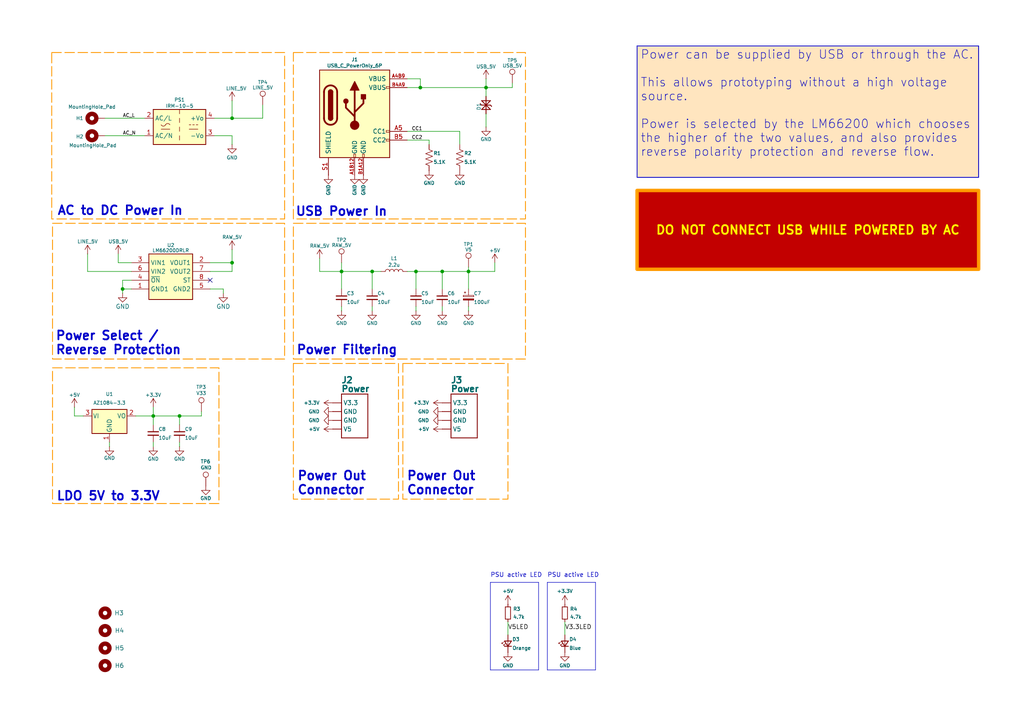
<source format=kicad_sch>
(kicad_sch (version 20250114) (generator "eeschema") (generator_version "9.0")
  (paper "A4")
  (title_block (title "Power Module") (date "<<release-date>>") (rev "<<tag>>") (comment 1 "<<hash>>"))
  (lib_symbols
    (symbol "CRG Makes:IRM-10-5"
      (property "Reference" "PS" (at 0 6.35 0))
      (property "Value" "IRM-10-5" (at 0 -6.35 0))
      (symbol "IRM-10-5_0_1"
        (rectangle (start -7.62 5.08) (end 7.62 -5.08) (stroke (width 0.254)) (fill (type background)))
        (polyline (pts (xy -5.334 -0.635) (xy -2.794 -0.635)))
        (arc (start -4.064 0.635) (mid -4.699 0.2495) (end -5.334 0.635))
        (arc (start -4.064 0.635) (mid -3.429 1.0072) (end -2.794 0.635))
        (polyline (pts (xy 0 5.08) (xy 0 3.81)))
        (polyline (pts (xy 0 2.54) (xy 0 1.27)))
        (polyline (pts (xy 0 0) (xy 0 -1.27)))
        (polyline (pts (xy 0 -2.54) (xy 0 -3.81)))
        (polyline (pts (xy 2.794 0.635) (xy 3.302 0.635)))
        (polyline (pts (xy 2.794 -0.635) (xy 5.334 -0.635)))
        (polyline (pts (xy 3.81 0.635) (xy 4.318 0.635)))
        (polyline (pts (xy 4.826 0.635) (xy 5.334 0.635)))
      )
      (symbol "IRM-10-5_1_1"
        (pin power_in line (at -10.16 2.54 0) (length 2.54) (name "AC/L") (number "2"))
        (pin power_in line (at -10.16 -2.54 0) (length 2.54) (name "AC/N") (number "1"))
        (pin power_out line (at 10.16 2.54 180) (length 2.54) (name "+Vo") (number "4"))
        (pin power_out line (at 10.16 -2.54 180) (length 2.54) (name "-Vo") (number "3"))
      )
    )
    (symbol "CRGM Connector:AQ_POWER"
      (property "Reference" "J" (at 0 2.794 0))
      (symbol "AQ_POWER_1_0"
        (polyline (pts (xy 0 2.54) (xy 7.62 2.54)) (stroke (width 0.254)))
        (polyline (pts (xy 0 -10.16) (xy 0 2.54)) (stroke (width 0.254)))
        (polyline (pts (xy 7.62 2.54) (xy 7.62 -10.16)) (stroke (width 0.254)))
        (polyline (pts (xy 7.62 -10.16) (xy 0 -10.16)) (stroke (width 0.254)))
        (pin power_out line (at -2.54 0 0) (length 2.54) (name "V3.3") (number "4"))
        (pin passive line (at -2.54 -2.54 0) (length 2.54) (name "GND") (number "3"))
        (pin passive line (at -2.54 -5.08 0) (length 2.54) (name "GND") (number "2"))
        (pin power_out line (at -2.54 -7.62 0) (length 2.54) (name "V5") (number "1"))
      )
    )
    (symbol "CRGM Connector:USB_C_PowerOnly_6P" (pin_names (offset 1.016))
      (property "Reference" "J" (at 0 16.51 0))
      (property "Value" "USB_C_PowerOnly_6P" (at 0 13.97 0))
      (symbol "USB_C_PowerOnly_6P_0_0"
        (rectangle (start -0.254 -12.7) (end 0.254 -11.684))
        (rectangle (start 2.286 -12.7) (end 2.794 -11.684))
        (rectangle (start 10.16 7.874) (end 9.144 7.366))
        (rectangle (start 10.16 -4.826) (end 9.144 -5.334))
        (rectangle (start 10.16 -7.366) (end 9.144 -7.874))
      )
      (symbol "USB_C_PowerOnly_6P_0_1"
        (rectangle (start -10.16 12.7) (end 10.16 -12.7) (stroke (width 0.254)) (fill (type background)))
        (polyline (pts (xy -8.89 -1.27) (xy -8.89 6.35)) (stroke (width 0.508)))
        (rectangle (start -7.62 -1.27) (end -6.35 6.35) (stroke (width 0.254)) (fill (type outline)))
        (arc (start -7.62 6.35) (mid -6.985 6.9823) (end -6.35 6.35) (stroke (width 0.254)))
        (arc (start -7.62 6.35) (mid -6.985 6.9823) (end -6.35 6.35) (stroke (width 0.254)) (fill (type outline)))
        (arc (start -8.89 6.35) (mid -6.985 8.2467) (end -5.08 6.35) (stroke (width 0.508)))
        (arc (start -5.08 -1.27) (mid -6.985 -3.1667) (end -8.89 -1.27) (stroke (width 0.508)))
        (arc (start -6.35 -1.27) (mid -6.985 -1.9023) (end -7.62 -1.27) (stroke (width 0.254)))
        (arc (start -6.35 -1.27) (mid -6.985 -1.9023) (end -7.62 -1.27) (stroke (width 0.254)) (fill (type outline)))
        (polyline (pts (xy -5.08 6.35) (xy -5.08 -1.27)) (stroke (width 0.508)))
        (circle (center -2.54 3.683) (radius 0.635) (stroke (width 0.254)) (fill (type outline)))
        (polyline (pts (xy -1.27 6.858) (xy 0 9.398) (xy 1.27 6.858) (xy -1.27 6.858)) (stroke (width 0.254)) (fill (type outline)))
        (polyline (pts (xy 0 0.508) (xy 2.54 3.048) (xy 2.54 4.318)) (stroke (width 0.508)))
        (polyline (pts (xy 0 -0.762) (xy -2.54 1.778) (xy -2.54 3.048)) (stroke (width 0.508)))
        (polyline (pts (xy 0 -3.302) (xy 0 6.858)) (stroke (width 0.508)))
        (circle (center 0 -3.302) (radius 1.27) (fill (type outline)))
        (rectangle (start 1.905 4.318) (end 3.175 5.588) (stroke (width 0.254)) (fill (type outline)))
      )
      (symbol "USB_C_PowerOnly_6P_1_1"
        (pin passive line (at -7.62 -17.78 90) (length 5.08) (name "SHIELD") (number "S1"))
        (pin passive line (at 0 -17.78 90) (length 5.08) (name "GND") (number "A1B12"))
        (pin passive line (at 2.54 -17.78 90) (length 5.08) (name "GND") (number "B1A12"))
        (pin passive line (at 15.24 10.16 180) (length 5.08) (name "VBUS") (number "A4B9"))
        (pin passive line (at 15.24 7.62 180) (length 5.08) (name "VBUS") (number "B4A9"))
        (pin bidirectional line (at 15.24 -5.08 180) (length 5.08) (name "CC1") (number "A5"))
        (pin bidirectional line (at 15.24 -7.62 180) (length 5.08) (name "CC2") (number "B5"))
      )
    )
    (symbol "CRGM Passive:PESD5V5C1BLYL"
      (property "Reference" "D" (at -1.524 1.524 0))
      (symbol "PESD5V5C1BLYL_1_0"
        (polyline (pts (xy -2.54 0) (xy 2.54 0)) (stroke (width 0.254)))
        (polyline (pts (xy -1.27 1.27) (xy -0.0101 0.0101)) (stroke (width 0.254)))
        (polyline (pts (xy -1.27 -1.27) (xy -1.27 1.27)) (stroke (width 0.254)))
        (polyline (pts (xy -0.3445 -1.6043) (xy -0.3573 -1.6043)) (stroke (width 0.254)))
        (polyline (pts (xy -0.0101 1.2955) (xy -0.0101 -1.27)) (stroke (width 0.254)))
        (polyline (pts (xy -0.0101 1.2955) (xy 0.3778 1.6835)) (stroke (width 0.254)))
        (polyline (pts (xy -0.0101 0.0101) (xy -0.0101 -0.0101)) (stroke (width 0.254)))
        (polyline (pts (xy -0.0101 -0.0101) (xy -1.27 -1.27)) (stroke (width 0.254)))
        (polyline (pts (xy -0.0101 -1.27) (xy -0.3445 -1.6043)) (stroke (width 0.254)))
        (polyline (pts (xy 0.0101 0.0101) (xy 0.0101 -0.0101)) (stroke (width 0.254)))
        (polyline (pts (xy 0.0101 -0.0101) (xy 1.27 -1.27)) (stroke (width 0.254)))
        (polyline (pts (xy 0.3778 1.6835) (xy 0.3981 1.6835)) (stroke (width 0.254)))
        (polyline (pts (xy 1.27 1.27) (xy 0.0101 0.0101)) (stroke (width 0.254)))
        (polyline (pts (xy 1.27 -1.27) (xy 1.27 1.27)) (stroke (width 0.254)))
        (pin bidirectional line (at -2.54 0 0) (length 0) (name "K1") (number "1"))
        (pin bidirectional line (at 2.54 0 180) (length 0) (name "K2") (number "2"))
      )
    )
    (symbol "CRGM Power:AZ1084-3.3" (pin_names (offset 0.254))
      (property "Reference" "U" (at -3.81 3.175 0))
      (property "Value" "AZ1084-3.3" (at 0 3.175 0))
      (symbol "AZ1084-3.3_0_1"
        (rectangle (start -5.08 1.905) (end 5.08 -5.08) (stroke (width 0.254)) (fill (type background)))
      )
      (symbol "AZ1084-3.3_1_1"
        (pin power_in line (at -7.62 0 0) (length 2.54) (name "VI") (number "3"))
        (pin power_in line (at 0 -7.62 90) (length 2.54) (name "GND") (number "1"))
        (pin power_out line (at 7.62 0 180) (length 2.54) (name "VO") (number "2"))
      )
    )
    (symbol "CRGM Power:LM66200DRLR"
      (property "Reference" "U" (at -6.096 10.922 0))
      (property "Value" "LM66200DRLR" (at -6.096 8.382 0))
      (symbol "LM66200DRLR_1_1"
        (rectangle (start -6.35 6.35) (end 6.35 -6.858) (stroke (width 0.254)) (fill (type background)))
        (pin passive line (at -11.43 3.81 0) (length 5.08) (name "VIN1") (number "3"))
        (pin passive line (at -11.43 1.27 0) (length 5.08) (name "VIN2") (number "6"))
        (pin passive line (at -11.43 -1.27 0) (length 5.08) (name "~{ON}") (number "4"))
        (pin passive line (at -11.43 -3.81 0) (length 5.08) (name "GND1") (number "1"))
        (pin passive line (at 11.43 3.81 180) (length 5.08) (name "VOUT1") (number "2"))
        (pin passive line (at 11.43 1.27 180) (length 5.08) (name "VOUT2") (number "7"))
        (pin passive line (at 11.43 -1.27 180) (length 5.08) (name "ST") (number "8"))
        (pin passive line (at 11.43 -3.81 180) (length 5.08) (name "GND2") (number "5"))
      )
    )
    (symbol "Connector:TestPoint" (pin_numbers (hide yes)) (pin_names (offset 0.762) (hide yes))
      (property "Reference" "TP" (at 0 6.858 0))
      (property "Value" "TestPoint" (at 0 5.08 0))
      (symbol "TestPoint_0_1"
        (circle (center 0 3.302) (radius 0.762))
      )
      (symbol "TestPoint_1_1"
        (pin passive line (at 0 0 90) (length 2.54) (name "1") (number "1"))
      )
    )
    (symbol "Device:C_Polarized_Small" (pin_numbers (hide yes)) (pin_names (offset 0.254) (hide yes))
      (property "Reference" "C" (at 0.254 1.778 0))
      (property "Value" "C_Polarized_Small" (at 0.254 -2.032 0))
      (symbol "C_Polarized_Small_0_1"
        (rectangle (start -1.524 0.6858) (end 1.524 0.3048))
        (rectangle (start -1.524 -0.3048) (end 1.524 -0.6858) (fill (type outline)))
        (polyline (pts (xy -1.27 1.524) (xy -0.762 1.524)))
        (polyline (pts (xy -1.016 1.27) (xy -1.016 1.778)))
      )
      (symbol "C_Polarized_Small_1_1"
        (pin passive line (at 0 2.54 270) (length 1.8542) (name "~") (number "1"))
        (pin passive line (at 0 -2.54 90) (length 1.8542) (name "~") (number "2"))
      )
    )
    (symbol "Device:C_Small" (pin_numbers (hide yes)) (pin_names (offset 0.254) (hide yes))
      (property "Reference" "C" (at 0.254 1.778 0))
      (property "Value" "C_Small" (at 0.254 -2.032 0))
      (symbol "C_Small_0_1"
        (polyline (pts (xy -1.524 0.508) (xy 1.524 0.508)) (stroke (width 0.3048)))
        (polyline (pts (xy -1.524 -0.508) (xy 1.524 -0.508)) (stroke (width 0.3302)))
      )
      (symbol "C_Small_1_1"
        (pin passive line (at 0 2.54 270) (length 2.032) (name "~") (number "1"))
        (pin passive line (at 0 -2.54 90) (length 2.032) (name "~") (number "2"))
      )
    )
    (symbol "Device:L" (pin_numbers (hide yes)) (pin_names (offset 1.016) (hide yes))
      (property "Reference" "L" (at -1.27 0 90))
      (property "Value" "L" (at 1.905 0 90))
      (symbol "L_0_1"
        (arc (start 0 2.54) (mid 0.6323 1.905) (end 0 1.27))
        (arc (start 0 1.27) (mid 0.6323 0.635) (end 0 0))
        (arc (start 0 0) (mid 0.6323 -0.635) (end 0 -1.27))
        (arc (start 0 -1.27) (mid 0.6323 -1.905) (end 0 -2.54))
      )
      (symbol "L_1_1"
        (pin passive line (at 0 3.81 270) (length 1.27) (name "1") (number "1"))
        (pin passive line (at 0 -3.81 90) (length 1.27) (name "2") (number "2"))
      )
    )
    (symbol "Device:LED_Small" (pin_numbers (hide yes)) (pin_names (offset 0.254) (hide yes))
      (property "Reference" "D" (at -1.27 3.175 0))
      (property "Value" "LED_Small" (at -4.445 -2.54 0))
      (symbol "LED_Small_0_1"
        (polyline (pts (xy -0.762 -1.016) (xy -0.762 1.016)) (stroke (width 0.254)))
        (polyline (pts (xy 0 0.762) (xy -0.508 1.27) (xy -0.254 1.27) (xy -0.508 1.27) (xy -0.508 1.016)))
        (polyline (pts (xy 0.508 1.27) (xy 0 1.778) (xy 0.254 1.778) (xy 0 1.778) (xy 0 1.524)))
        (polyline (pts (xy 0.762 -1.016) (xy -0.762 0) (xy 0.762 1.016) (xy 0.762 -1.016)) (stroke (width 0.254)))
        (polyline (pts (xy 1.016 0) (xy -0.762 0)))
      )
      (symbol "LED_Small_1_1"
        (pin passive line (at -2.54 0 0) (length 1.778) (name "K") (number "1"))
        (pin passive line (at 2.54 0 180) (length 1.778) (name "A") (number "2"))
      )
    )
    (symbol "Device:R_Small" (pin_numbers (hide yes)) (pin_names (offset 0.254) (hide yes))
      (property "Reference" "R" (at 0 0 90))
      (property "Value" "R_Small" (at 1.778 0 90))
      (symbol "R_Small_0_1"
        (rectangle (start -0.762 1.778) (end 0.762 -1.778) (stroke (width 0.2032)))
      )
      (symbol "R_Small_1_1"
        (pin passive line (at 0 2.54 270) (length 0.762) (name "~") (number "1"))
        (pin passive line (at 0 -2.54 90) (length 0.762) (name "~") (number "2"))
      )
    )
    (symbol "Device:R_US" (pin_numbers (hide yes)) (pin_names (offset 0))
      (property "Reference" "R" (at 2.54 0 90))
      (property "Value" "R_US" (at -2.54 0 90))
      (symbol "R_US_0_1"
        (polyline (pts (xy 0 2.286) (xy 0 2.54)))
        (polyline (pts (xy 0 2.286) (xy 1.016 1.905) (xy 0 1.524) (xy -1.016 1.143) (xy 0 0.762)))
        (polyline (pts (xy 0 0.762) (xy 1.016 0.381) (xy 0 0) (xy -1.016 -0.381) (xy 0 -0.762)))
        (polyline (pts (xy 0 -0.762) (xy 1.016 -1.143) (xy 0 -1.524) (xy -1.016 -1.905) (xy 0 -2.286)))
        (polyline (pts (xy 0 -2.286) (xy 0 -2.54)))
      )
      (symbol "R_US_1_1"
        (pin passive line (at 0 3.81 270) (length 1.27) (name "~") (number "1"))
        (pin passive line (at 0 -3.81 90) (length 1.27) (name "~") (number "2"))
      )
    )
    (symbol "Mechanical:MountingHole" (pin_names (offset 1.016)) (in_bom no)
      (property "Reference" "H" (at 0 5.08 0))
      (property "Value" "MountingHole" (at 0 3.175 0))
      (symbol "MountingHole_0_1"
        (circle (center 0 0) (radius 1.27) (stroke (width 1.27)))
      )
    )
    (symbol "Mechanical:MountingHole_Pad" (pin_numbers (hide yes)) (pin_names (offset 1.016) (hide yes)) (in_bom no)
      (property "Reference" "H" (at 0 6.35 0))
      (property "Value" "MountingHole_Pad" (at 0 4.445 0))
      (symbol "MountingHole_Pad_0_1"
        (circle (center 0 1.27) (radius 1.27) (stroke (width 1.27)))
      )
      (symbol "MountingHole_Pad_1_1"
        (pin input line (at 0 -2.54 90) (length 2.54) (name "1") (number "1"))
      )
    )
    (symbol "power:+3.3V" (power) (pin_numbers (hide yes)) (pin_names (offset 0) (hide yes))
      (property "Value" "+3.3V" (at 0 3.556 0))
      (symbol "+3.3V_0_1"
        (polyline (pts (xy -0.762 1.27) (xy 0 2.54)))
        (polyline (pts (xy 0 2.54) (xy 0.762 1.27)))
        (polyline (pts (xy 0 0) (xy 0 2.54)))
      )
      (symbol "+3.3V_1_1"
        (pin power_in line (at 0 0 90) (length 0) (name "~") (number "1"))
      )
    )
    (symbol "power:+5V" (power) (pin_numbers (hide yes)) (pin_names (offset 0) (hide yes))
      (property "Value" "+5V" (at 0 3.556 0))
      (symbol "+5V_0_1"
        (polyline (pts (xy -0.762 1.27) (xy 0 2.54)))
        (polyline (pts (xy 0 2.54) (xy 0.762 1.27)))
        (polyline (pts (xy 0 0) (xy 0 2.54)))
      )
      (symbol "+5V_1_1"
        (pin power_in line (at 0 0 90) (length 0) (name "~") (number "1"))
      )
    )
    (symbol "power:GND" (power) (pin_numbers (hide yes)) (pin_names (offset 0) (hide yes))
      (property "Value" "GND" (at 0 -3.81 0))
      (symbol "GND_0_1"
        (polyline (pts (xy 0 0) (xy 0 -1.27) (xy 1.27 -1.27) (xy 0 -2.54) (xy -1.27 -1.27) (xy 0 -1.27)))
      )
      (symbol "GND_1_1"
        (pin power_in line (at 0 0 270) (length 0) (name "~") (number "1"))
      )
    )
  )
  (rectangle (start 15.24 64.77) (end 82.55 104.14) (stroke (width 0.254) (type dash) (color 255 153 0 1)))
  (rectangle (start 85.09 15.24) (end 152.4 63.5) (stroke (width 0.254) (type dash) (color 255 153 0 1)))
  (rectangle (start 116.84 105.41) (end 147.32 144.78) (stroke (width 0.254) (type dash) (color 255 153 0 1)))
  (rectangle (start 15 15.24) (end 82.55 63.5) (stroke (width 0.254) (type dash) (color 255 153 0 1)))
  (rectangle (start 85.09 64.77) (end 152.4 104.14) (stroke (width 0.254) (type dash) (color 255 153 0 1)))
  (rectangle (start 15.24 106.68) (end 63.5 146.05) (stroke (width 0.254) (type dash) (color 255 153 0 1)))
  (rectangle (start 85.09 105.41) (end 115.57 144.78) (stroke (width 0.254) (type dash) (color 255 153 0 1)))
  (text "Power Select /\nReverse Protection" (at 16.002 99.568 0) (effects (font (size 2.54 2.54) (thickness 0.508) (bold yes)) (justify left)))
  (text "PSU active LED" (at 158.75 167.64 0) (effects (font (size 1.27 1.27)) (justify left bottom)))
  (text "PSU active LED" (at 142.24 167.64 0) (effects (font (size 1.27 1.27)) (justify left bottom)))
  (text "Power Out\nConnector" (at 117.856 140.208 0) (effects (font (size 2.54 2.54) (thickness 0.508) (bold yes)) (justify left)))
  (text "Power Out\nConnector" (at 86.106 140.208 0) (effects (font (size 2.54 2.54) (thickness 0.508) (bold yes)) (justify left)))
  (text "Power Filtering" (at 85.852 101.6 0) (effects (font (size 2.54 2.54) (thickness 0.508) (bold yes)) (justify left)))
  (text "LDO 5V to 3.3V" (at 16.256 144.018 0) (effects (font (size 2.54 2.54) (thickness 0.508) (bold yes)) (justify left)))
  (text "AC to DC Power In" (at 16.51 61.214 0) (effects (font (size 2.54 2.54) (thickness 0.508) (bold yes)) (justify left)))
  (text "USB Power In" (at 85.598 61.468 0) (effects (font (size 2.54 2.54) (thickness 0.508) (bold yes)) (justify left)))
  (text_box "Power can be supplied by USB or through the AC.\n\nThis allows prototyping without a high voltage source.\n\nPower is selected by the LM66200 which chooses the higher of the two values, and also provides reverse polarity protection and reverse flow.\n" (exclude_from_sim yes) (at 184.785 13.335 0) (size 99.06 38.1) (margins 0.9525 0.9525 0.9525 0.9525) (stroke (width 0.25)) (fill (type color) (color 255 229 191 1)) (effects (font (size 2.5 2.5)) (justify left top)))
  (text_box "DO NOT CONNECT USB WHILE POWERED BY AC" (exclude_from_sim yes) (at 184.785 55.245 0) (size 99.06 22.86) (margins 0.9525 0.9525 0.9525 0.9525) (stroke (width 1) (color 255 153 0 1)) (fill (type color) (color 194 0 0 1)) (effects (font (size 2.5 2.5) (thickness 0.5) (bold yes))))
  (junction (at 67.31 76.2))
  (junction (at 107.95 78.74))
  (junction (at 135.89 78.74))
  (junction (at 99.06 78.74))
  (junction (at 128.27 78.74))
  (junction (at 140.97 25.4))
  (junction (at 44.45 120.65))
  (junction (at 52.07 120.65))
  (junction (at 67.31 34.29))
  (junction (at 35.56 83.82))
  (junction (at 120.65 78.74))
  (junction (at 121.92 25.4))
  (no_connect (at 60.96 81.28))
  (wire (pts (xy 44.45 120.65) (xy 52.07 120.65)))
  (wire (pts (xy 67.31 29.21) (xy 67.31 34.29)))
  (wire (pts (xy 67.31 34.29) (xy 76.2 34.29)))
  (wire (pts (xy 92.71 78.74) (xy 92.71 74.93)))
  (wire (pts (xy 121.92 25.4) (xy 140.97 25.4)))
  (wire (pts (xy 52.07 120.65) (xy 52.07 123.19)))
  (wire (pts (xy 135.89 78.74) (xy 143.51 78.74)))
  (wire (pts (xy 38.1 76.2) (xy 34.29 76.2)))
  (wire (pts (xy 99.06 76.2) (xy 99.06 78.74)))
  (wire (pts (xy 92.71 78.74) (xy 99.06 78.74)))
  (wire (pts (xy 107.95 83.82) (xy 107.95 78.74)))
  (wire (pts (xy 67.31 72.39) (xy 67.31 76.2)))
  (polyline (pts (xy 156.21 194.31) (xy 142.24 194.31)))
  (wire (pts (xy 67.31 78.74) (xy 67.31 76.2)))
  (wire (pts (xy 128.27 88.9) (xy 128.27 90.17)))
  (wire (pts (xy 76.2 30.48) (xy 76.2 34.29)))
  (wire (pts (xy 118.11 78.74) (xy 120.65 78.74)))
  (wire (pts (xy 67.31 41.91) (xy 67.31 39.37)))
  (wire (pts (xy 64.77 83.82) (xy 64.77 85.09)))
  (wire (pts (xy 148.59 25.4) (xy 140.97 25.4)))
  (wire (pts (xy 52.07 129.54) (xy 52.07 128.27)))
  (wire (pts (xy 21.59 120.65) (xy 24.13 120.65)))
  (polyline (pts (xy 172.72 168.91) (xy 172.72 194.31)))
  (polyline (pts (xy 156.21 168.91) (xy 156.21 194.31)))
  (wire (pts (xy 30.48 34.29) (xy 41.91 34.29)))
  (wire (pts (xy 39.37 120.65) (xy 44.45 120.65)))
  (wire (pts (xy 21.59 118.11) (xy 21.59 120.65)))
  (wire (pts (xy 120.65 78.74) (xy 128.27 78.74)))
  (wire (pts (xy 135.89 83.82) (xy 135.89 78.74)))
  (wire (pts (xy 25.4 78.74) (xy 25.4 73.66)))
  (wire (pts (xy 52.07 120.65) (xy 58.42 120.65)))
  (wire (pts (xy 118.11 38.1) (xy 133.35 38.1)))
  (wire (pts (xy 120.65 88.9) (xy 120.65 90.17)))
  (wire (pts (xy 118.11 25.4) (xy 121.92 25.4)))
  (wire (pts (xy 143.51 78.74) (xy 143.51 76.2)))
  (wire (pts (xy 128.27 83.82) (xy 128.27 78.74)))
  (wire (pts (xy 38.1 83.82) (xy 35.56 83.82)))
  (wire (pts (xy 38.1 78.74) (xy 25.4 78.74)))
  (wire (pts (xy 118.11 22.86) (xy 121.92 22.86)))
  (wire (pts (xy 135.89 77.47) (xy 135.89 78.74)))
  (wire (pts (xy 99.06 78.74) (xy 107.95 78.74)))
  (polyline (pts (xy 158.75 168.91) (xy 158.75 194.31)))
  (wire (pts (xy 99.06 78.74) (xy 99.06 83.82)))
  (polyline (pts (xy 142.24 168.91) (xy 156.21 168.91)))
  (wire (pts (xy 140.97 25.4) (xy 140.97 27.94)))
  (wire (pts (xy 121.92 22.86) (xy 121.92 25.4)))
  (wire (pts (xy 148.59 24.13) (xy 148.59 25.4)))
  (wire (pts (xy 107.95 78.74) (xy 110.49 78.74)))
  (wire (pts (xy 34.29 76.2) (xy 34.29 73.66)))
  (wire (pts (xy 135.89 88.9) (xy 135.89 90.17)))
  (wire (pts (xy 58.42 120.65) (xy 58.42 119.38)))
  (wire (pts (xy 44.45 128.27) (xy 44.45 129.54)))
  (wire (pts (xy 60.96 83.82) (xy 64.77 83.82)))
  (wire (pts (xy 99.06 88.9) (xy 99.06 90.17)))
  (wire (pts (xy 140.97 25.4) (xy 140.97 22.86)))
  (wire (pts (xy 140.97 33.02) (xy 140.97 36.83)))
  (wire (pts (xy 107.95 88.9) (xy 107.95 90.17)))
  (wire (pts (xy 35.56 81.28) (xy 35.56 83.82)))
  (wire (pts (xy 147.32 184.15) (xy 147.32 180.34)))
  (polyline (pts (xy 142.24 168.91) (xy 142.24 194.31)))
  (wire (pts (xy 44.45 120.65) (xy 44.45 123.19)))
  (wire (pts (xy 35.56 83.82) (xy 35.56 85.09)))
  (wire (pts (xy 128.27 78.74) (xy 135.89 78.74)))
  (polyline (pts (xy 158.75 168.91) (xy 172.72 168.91)))
  (wire (pts (xy 31.75 129.54) (xy 31.75 128.27)))
  (wire (pts (xy 133.35 38.1) (xy 133.35 41.91)))
  (wire (pts (xy 118.11 40.64) (xy 124.46 40.64)))
  (wire (pts (xy 44.45 118.11) (xy 44.45 120.65)))
  (wire (pts (xy 60.96 78.74) (xy 67.31 78.74)))
  (wire (pts (xy 38.1 81.28) (xy 35.56 81.28)))
  (polyline (pts (xy 172.72 194.31) (xy 158.75 194.31)))
  (wire (pts (xy 60.96 76.2) (xy 67.31 76.2)))
  (wire (pts (xy 163.83 184.15) (xy 163.83 180.34)))
  (wire (pts (xy 30.48 39.37) (xy 41.91 39.37)))
  (wire (pts (xy 67.31 39.37) (xy 62.23 39.37)))
  (wire (pts (xy 62.23 34.29) (xy 67.31 34.29)))
  (wire (pts (xy 124.46 40.64) (xy 124.46 41.91)))
  (wire (pts (xy 120.65 78.74) (xy 120.65 83.82)))
  (label "AC_N" (at 35.56 39.37 0) (effects (font (size 1 1))))
  (label "V5LED" (at 147.32 182.88 0))
  (label "CC2" (at 119.38 40.64 0) (effects (font (size 1 1))))
  (label "CC1" (at 119.38 38.1 0) (effects (font (size 1 1))))
  (label "AC_L" (at 35.56 34.29 0) (effects (font (size 1 1))))
  (label "V3.3LED" (at 163.83 182.88 0))
  (symbol (lib_id "power:GND") (at 163.83 189.23 0) (unit 1)
    (property "Reference" "#PWR028" (effects (hide yes)))
    (property "Value" "GND" (at 163.83 193.04 0) (effects (font (size 1 1))))
    (property "Description" "Power symbol creates a global label with name \"GND\" , ground" (effects (hide yes)))
  )
  (symbol (lib_id "Connector:TestPoint") (at 99.06 76.2 0) (mirror y) (unit 1) (in_bom no)
    (property "Reference" "TP2" (at 99.06 69.596 0) (effects (font (size 1 1))))
    (property "Value" "RAW_5V" (at 99.06 71.12 0) (effects (font (size 1 1))))
    (property "Footprint" "CRGM Mechanical:TestPoint_Pad_D1.0mm" (effects (hide yes)))
    (property "Description" "test point" (effects (hide yes)))
  )
  (symbol (lib_id "Mechanical:MountingHole") (at 30.48 177.8 0) (unit 1) (in_bom no)
    (property "Reference" "H3" (at 34.544 177.8 0))
    (property "Value" "MountingHole" (effects (hide yes)))
    (property "Footprint" "CRGM Mechanical:MountingHole_3.2mm_M3_Pad_Via" (effects (hide yes)))
    (property "Description" "Mounting Hole without connection" (effects (hide yes)))
  )
  (symbol (lib_id "power:GND") (at 59.69 140.97 0) (unit 1)
    (property "Reference" "#PWR039" (effects (hide yes)))
    (property "Value" "GND" (at 59.69 144.526 0) (effects (font (size 1 1))))
    (property "Description" "Power symbol creates a global label with name \"GND\" , ground" (effects (hide yes)))
  )
  (symbol (lib_id "power:+5V") (at 143.51 76.2 0) (unit 1)
    (property "Reference" "#PWR09" (effects (hide yes)))
    (property "Value" "+5V" (at 143.51 72.644 0) (effects (font (size 1 1))))
    (property "Description" "Power symbol creates a global label with name \"+5V\"" (effects (hide yes)))
  )
  (symbol (lib_id "power:+5V") (at 96.52 124.46 90) (unit 1)
    (property "Reference" "#PWR015" (effects (hide yes)))
    (property "Value" "+5V" (at 92.71 124.4599 90) (effects (font (size 1 1)) (justify left)))
    (property "Description" "Power symbol creates a global label with name \"+5V\"" (effects (hide yes)))
  )
  (symbol (lib_id "power:GND") (at 107.95 90.17 0) (unit 1)
    (property "Reference" "#PWR021" (effects (hide yes)))
    (property "Value" "GND" (at 107.95 93.726 0) (effects (font (size 1 1))))
    (property "Description" "Power symbol creates a global label with name \"GND\" , ground" (effects (hide yes)))
  )
  (symbol (lib_id "Device:R_Small") (at 147.32 177.8 0) (unit 1)
    (property "Reference" "R3" (at 148.8186 176.6316 0) (effects (font (size 1 1)) (justify left)))
    (property "Value" "4.7k" (at 148.8186 178.943 0) (effects (font (size 1 1)) (justify left)))
    (property "Footprint" "Resistor_SMD:R_0603_1608Metric" (effects (hide yes)))
    (property "Datasheet" "https://www.vishay.com/docs/28773/crcwce3.pdf" (effects (hide yes)))
    (property "Description" "Thick Film Resistors - SMD 1/10Watt 4.7Kohms 5% Commercial Use" (effects (hide yes)))
    (property "MN" "FOJAN" (effects (hide yes)))
    (property "MPN" "FRC0603J472 TS" (effects (hide yes)))
    (property "Mouser" "71-CRCW06034K70JNEAC" (effects (hide yes)))
    (property "Digikey" "541-3993-2-ND" (effects (hide yes)))
    (property "LCSC" "C2907166" (effects (hide yes)))
  )
  (symbol (lib_id "power:+3.3V") (at 96.52 116.84 90) (unit 1)
    (property "Reference" "#PWR012" (effects (hide yes)))
    (property "Value" "+3.3V" (at 92.71 116.8399 90) (effects (font (size 1 1)) (justify left)))
    (property "Description" "Power symbol creates a global label with name \"+3.3V\"" (effects (hide yes)))
  )
  (symbol (lib_id "power:GND") (at 128.27 90.17 0) (unit 1)
    (property "Reference" "#PWR023" (effects (hide yes)))
    (property "Value" "GND" (at 128.27 93.726 0) (effects (font (size 1 1))))
    (property "Description" "Power symbol creates a global label with name \"GND\" , ground" (effects (hide yes)))
  )
  (symbol (lib_id "power:+3.3V") (at 128.27 116.84 90) (unit 1)
    (property "Reference" "#PWR035" (effects (hide yes)))
    (property "Value" "+3.3V" (at 124.46 116.8399 90) (effects (font (size 1 1)) (justify left)))
    (property "Description" "Power symbol creates a global label with name \"+3.3V\"" (effects (hide yes)))
  )
  (symbol (lib_id "power:+5V") (at 67.31 72.39 0) (unit 1)
    (property "Reference" "#PWR032" (effects (hide yes)))
    (property "Value" "RAW_5V" (at 67.31 69.342 0) (effects (font (size 1 1)) (justify bottom)))
    (property "Description" "Power symbol creates a global label with name \"+5V\"" (effects (hide yes)))
  )
  (symbol (lib_id "power:GND") (at 96.52 119.38 270) (unit 1)
    (property "Reference" "#PWR013" (effects (hide yes)))
    (property "Value" "GND" (at 92.71 119.3799 90) (effects (font (size 1 1)) (justify right)))
    (property "Description" "Power symbol creates a global label with name \"GND\" , ground" (effects (hide yes)))
  )
  (symbol (lib_id "power:GND") (at 99.06 90.17 0) (unit 1)
    (property "Reference" "#PWR020" (effects (hide yes)))
    (property "Value" "GND" (at 99.06 93.726 0) (effects (font (size 1 1))))
    (property "Description" "Power symbol creates a global label with name \"GND\" , ground" (effects (hide yes)))
  )
  (symbol (lib_id "power:+5V") (at 128.27 124.46 90) (unit 1)
    (property "Reference" "#PWR038" (effects (hide yes)))
    (property "Value" "+5V" (at 124.46 124.4599 90) (effects (font (size 1 1)) (justify left)))
    (property "Description" "Power symbol creates a global label with name \"+5V\"" (effects (hide yes)))
  )
  (symbol (lib_id "power:GND") (at 64.77 85.09 0) (unit 1)
    (property "Reference" "#PWR031" (effects (hide yes)))
    (property "Value" "GND" (at 64.77 88.9 0))
    (property "Description" "Power symbol creates a global label with name \"GND\" , ground" (effects (hide yes)))
  )
  (symbol (lib_id "Device:L") (at 114.3 78.74 90) (unit 1)
    (property "Reference" "L1" (at 114.3 74.93 90) (effects (font (size 1 1))))
    (property "Value" "2.2u" (at 114.3 76.835 90) (effects (font (size 1 1))))
    (property "Footprint" "Inductor_SMD:L_Sunlord_MWSA0402S" (effects (hide yes)))
    (property "Datasheet" "https://jlcpcb.com/api/file/downloadByFileSystemAccessId/8588935518867869696" (effects (hide yes)))
    (property "Description" "3A 2.2uH Shielded inductor ±20% SMD,4.4x4.2mm Power Inductors" (effects (hide yes)))
    (property "MN" "Cybermax" (effects (hide yes)))
    (property "MPN" "CMLO0420H2R2MTT" (effects (hide yes)))
    (property "Mouser" "673-PA4332222NLT" (effects (hide yes)))
    (property "Digikey" "553-3290-2-ND" (effects (hide yes)))
    (property "LCSC" "C438930" (effects (hide yes)))
  )
  (symbol (lib_id "Device:C_Small") (at 107.95 86.36 0) (unit 1)
    (property "Reference" "C4" (at 109.474 85.09 0) (effects (font (size 1 1)) (justify left)))
    (property "Value" "10uF" (at 109.474 87.63 0) (effects (font (size 1 1)) (justify left)))
    (property "Footprint" "Capacitor_SMD:C_0603_1608Metric" (effects (hide yes)))
    (property "Datasheet" "https://mm.digikey.com/Volume0/opasdata/d220001/medias/docus/43/CL10A106MO8NQNC_Spec.pdf" (effects (hide yes)))
    (property "Description" "CAP CER 10UF 16V X5R 0603" (effects (hide yes)))
    (property "MN" "Samsung" (effects (hide yes)))
    (property "MF" "Samsung" (effects (hide yes)))
    (property "MPN" "CL10A106MO8NQNC" (effects (hide yes)))
    (property "Mouser" "187-CL10A106MO8NQNC" (effects (hide yes)))
    (property "Digikey" "1276-1870-2-ND" (effects (hide yes)))
    (property "LCSC" "C92487" (effects (hide yes)))
  )
  (symbol (lib_id "Device:C_Polarized_Small") (at 135.89 86.36 0) (unit 1)
    (property "Reference" "C7" (at 137.414 85.09 0) (effects (font (size 1 1)) (justify left)))
    (property "Value" "100uF" (at 137.414 87.63 0) (effects (font (size 1 1)) (justify left)))
    (property "Footprint" "Capacitor_SMD:CP_Elec_6.3x7.7" (effects (hide yes)))
    (property "Datasheet" "https://jlcpcb.com/api/file/downloadByFileSystemAccessId/8588894527042031616" (effects (hide yes)))
    (property "Description" "100uF 35V ±20% SMD,D6.3xL7.7mm Aluminum Electrolytic Capacitors" (effects (hide yes)))
    (property "MN" "Honor Elec" (effects (hide yes)))
    (property "MPN" "RVT1V101M0607" (effects (hide yes)))
    (property "Mouser" "647-UWT1V101MCL1S" (effects (hide yes)))
    (property "Digikey" "493-2203-2-ND" (effects (hide yes)))
    (property "LCSC" "C3339" (effects (hide yes)))
    (property "Notes" "35V/Aluminum" (effects (hide yes)))
    (property "FT Rotation Offset" "180" (effects (hide yes)))
  )
  (symbol (lib_id "Device:R_Small") (at 163.83 177.8 0) (unit 1)
    (property "Reference" "R4" (at 165.3286 176.6316 0) (effects (font (size 1 1)) (justify left)))
    (property "Value" "4.7k" (at 165.3286 178.943 0) (effects (font (size 1 1)) (justify left)))
    (property "Footprint" "Resistor_SMD:R_0603_1608Metric" (effects (hide yes)))
    (property "Datasheet" "https://www.vishay.com/docs/28773/crcwce3.pdf" (effects (hide yes)))
    (property "Description" "Thick Film Resistors - SMD 1/10Watt 4.7Kohms 5% Commercial Use" (effects (hide yes)))
    (property "MN" "FOJAN" (effects (hide yes)))
    (property "MPN" "FRC0603J472 TS" (effects (hide yes)))
    (property "Mouser" "71-CRCW06034K70JNEAC" (effects (hide yes)))
    (property "Digikey" "541-3993-2-ND" (effects (hide yes)))
    (property "LCSC" "C2907166" (effects (hide yes)))
  )
  (symbol (lib_id "Mechanical:MountingHole") (at 30.48 187.96 0) (unit 1) (in_bom no)
    (property "Reference" "H5" (at 33.274 187.96 0) (effects (justify left)))
    (property "Value" "MountingHole" (effects (hide yes)))
    (property "Footprint" "CRGM Mechanical:MountingHole_3.2mm_M3_Pad_Via" (effects (hide yes)))
    (property "Description" "Mounting Hole without connection" (effects (hide yes)))
  )
  (symbol (lib_id "Device:C_Small") (at 44.45 125.73 0) (unit 1)
    (property "Reference" "C8" (at 45.974 124.46 0) (effects (font (size 1 1)) (justify left)))
    (property "Value" "10uF" (at 45.974 127 0) (effects (font (size 1 1)) (justify left)))
    (property "Footprint" "Capacitor_SMD:C_0603_1608Metric" (effects (hide yes)))
    (property "Datasheet" "https://mm.digikey.com/Volume0/opasdata/d220001/medias/docus/43/CL10A106MO8NQNC_Spec.pdf" (effects (hide yes)))
    (property "Description" "CAP CER 10UF 16V X5R 0603" (effects (hide yes)))
    (property "MF" "Samsung" (effects (hide yes)))
    (property "MN" "Samsung" (effects (hide yes)))
    (property "MPN" "CL10A106MO8NQNC" (effects (hide yes)))
    (property "Mouser" "187-CL10A106MO8NQNC" (effects (hide yes)))
    (property "Digikey" "1276-1870-2-ND" (effects (hide yes)))
    (property "LCSC" "C92487" (effects (hide yes)))
  )
  (symbol (lib_id "power:+5V") (at 140.97 22.86 0) (unit 1)
    (property "Reference" "#PWR019" (effects (hide yes)))
    (property "Value" "USB_5V" (at 140.97 19.304 0) (effects (font (size 1 1))))
    (property "Description" "Power symbol creates a global label with name \"+5V\"" (effects (hide yes)))
  )
  (symbol (lib_id "power:GND") (at 120.65 90.17 0) (unit 1)
    (property "Reference" "#PWR022" (effects (hide yes)))
    (property "Value" "GND" (at 120.65 93.726 0) (effects (font (size 1 1))))
    (property "Description" "Power symbol creates a global label with name \"GND\" , ground" (effects (hide yes)))
  )
  (symbol (lib_id "power:GND") (at 96.52 121.92 270) (unit 1)
    (property "Reference" "#PWR014" (effects (hide yes)))
    (property "Value" "GND" (at 92.71 121.9199 90) (effects (font (size 1 1)) (justify right)))
    (property "Description" "Power symbol creates a global label with name \"GND\" , ground" (effects (hide yes)))
  )
  (symbol (lib_id "power:+5V") (at 147.32 175.26 0) (unit 1)
    (property "Reference" "#PWR025" (effects (hide yes)))
    (property "Value" "+5V" (at 147.32 171.45 0) (effects (font (size 1 1))))
    (property "Description" "Power symbol creates a global label with name \"+5V\"" (effects (hide yes)))
  )
  (symbol (lib_id "power:+5V") (at 21.59 118.11 0) (unit 1)
    (property "Reference" "#PWR010" (effects (hide yes)))
    (property "Value" "+5V" (at 21.59 114.554 0) (effects (font (size 1 1))))
    (property "Description" "Power symbol creates a global label with name \"+5V\"" (effects (hide yes)))
  )
  (symbol (lib_id "Device:C_Small") (at 128.27 86.36 0) (unit 1)
    (property "Reference" "C6" (at 129.794 85.09 0) (effects (font (size 1 1)) (justify left)))
    (property "Value" "10uF" (at 129.794 87.63 0) (effects (font (size 1 1)) (justify left)))
    (property "Footprint" "Capacitor_SMD:C_0603_1608Metric" (effects (hide yes)))
    (property "Datasheet" "https://mm.digikey.com/Volume0/opasdata/d220001/medias/docus/43/CL10A106MO8NQNC_Spec.pdf" (effects (hide yes)))
    (property "Description" "CAP CER 10UF 16V X5R 0603" (effects (hide yes)))
    (property "MF" "Samsung" (effects (hide yes)))
    (property "MN" "Samsung" (effects (hide yes)))
    (property "MPN" "CL10A106MO8NQNC" (effects (hide yes)))
    (property "Mouser" "187-CL10A106MO8NQNC" (effects (hide yes)))
    (property "Digikey" "1276-1870-2-ND" (effects (hide yes)))
    (property "LCSC" "C92487" (effects (hide yes)))
  )
  (symbol (lib_id "Device:R_US") (at 124.46 45.72 0) (unit 1)
    (property "Reference" "R1" (at 125.73 44.45 0) (effects (font (size 1 1)) (justify left)))
    (property "Value" "5.1K" (at 125.73 46.99 0) (effects (font (size 1 1)) (justify left)))
    (property "Footprint" "Resistor_SMD:R_0603_1608Metric" (effects (hide yes)))
    (property "Datasheet" "https://jlcpcb.com/api/file/downloadByFileSystemAccessId/8589837035717488640" (effects (hide yes)))
    (property "Description" "100mW Thick Film Resistors 75V ±100ppm/℃ ±5% 5.1kΩ 0603 Chip Resistor" (effects (hide yes)))
    (property "MF" "FOJAN" (effects (hide yes)))
    (property "MN" "FOJAN" (effects (hide yes)))
    (property "MPN" "FRC0603J512 TS" (effects (hide yes)))
    (property "Mouser" "71-CRCW0603J-5.1K-E3" (effects (hide yes)))
    (property "Digikey" "541-5.1KGTR-ND" (effects (hide yes)))
    (property "LCSC" "C2907114" (effects (hide yes)))
  )
  (symbol (lib_id "power:GND") (at 44.45 129.54 0) (unit 1)
    (property "Reference" "#PWR018" (effects (hide yes)))
    (property "Value" "GND" (at 44.45 133.096 0) (effects (font (size 1 1))))
    (property "Description" "Power symbol creates a global label with name \"GND\" , ground" (effects (hide yes)))
  )
  (symbol (lib_id "power:+5V") (at 34.29 73.66 0) (unit 1)
    (property "Reference" "#PWR029" (effects (hide yes)))
    (property "Value" "USB_5V" (at 34.29 70.612 0) (effects (font (size 1 1)) (justify bottom)))
    (property "Description" "Power symbol creates a global label with name \"+5V\"" (effects (hide yes)))
  )
  (symbol (lib_id "power:GND") (at 67.31 41.91 0) (unit 1)
    (property "Reference" "#PWR03" (effects (hide yes)))
    (property "Value" "GND" (at 67.31 45.72 0) (effects (font (size 1 1))))
    (property "Description" "Power symbol creates a global label with name \"GND\" , ground" (effects (hide yes)))
  )
  (symbol (lib_id "Connector:TestPoint") (at 59.69 140.97 0) (unit 1) (in_bom no)
    (property "Reference" "TP6" (at 58.166 133.858 0) (effects (font (size 1 1)) (justify left)))
    (property "Value" "GND" (at 58.166 135.636 0) (effects (font (size 1 1)) (justify left)))
    (property "Footprint" "CRGM Mechanical:TestPoint_Pad_D1.0mm" (effects (hide yes)))
    (property "Description" "test point" (effects (hide yes)))
  )
  (symbol (lib_id "power:+5V") (at 25.4 73.66 0) (unit 1)
    (property "Reference" "#PWR016" (effects (hide yes)))
    (property "Value" "LINE_5V" (at 25.4 70.612 0) (effects (font (size 1 1)) (justify bottom)))
    (property "Description" "Power symbol creates a global label with name \"+5V\"" (effects (hide yes)))
  )
  (symbol (lib_id "power:GND") (at 102.87 50.8 0) (unit 1)
    (property "Reference" "#PWR07" (effects (hide yes)))
    (property "Value" "GND" (at 102.87 55.118 90) (effects (font (size 1 1))))
    (property "Description" "Power symbol creates a global label with name \"GND\" , ground" (effects (hide yes)))
  )
  (symbol (lib_id "CRGM Passive:PESD5V5C1BLYL") (at 140.97 30.48 90) (unit 1)
    (property "Reference" "D1" (at 139.446 32.004 0) (effects (font (size 1 1) (thickness 0.125)) (justify left bottom)))
    (property "Value" "PESD5V5C1BL" (effects (hide yes)))
    (property "Footprint" "CRGM Passive:DFN1006-2" (effects (hide yes)))
    (property "Datasheet" "https://assets.nexperia.com/documents/data-sheet/PESD5V5C1BL.pdf" (effects (hide yes)))
    (property "Description" "TVS DIODE Vrwm=5.5v Vcl=5.4v Ippm=6.5A DFN10062" (effects (hide yes)))
    (property "MN" "Nexperia" (effects (hide yes)))
    (property "MPN" "PESD5V5C1BLYL" (effects (hide yes)))
    (property "Mouser" "771-PESD5V5C1BLYL" (effects (hide yes)))
    (property "Digikey" "1727-PESD5V5C1BLYLTR-ND" (effects (hide yes)))
    (property "LCSC" "C2827636" (effects (hide yes)))
  )
  (symbol (lib_id "Device:C_Small") (at 120.65 86.36 0) (unit 1)
    (property "Reference" "C5" (at 122.174 85.09 0) (effects (font (size 1 1)) (justify left)))
    (property "Value" "10uF" (at 122.174 87.63 0) (effects (font (size 1 1)) (justify left)))
    (property "Footprint" "Capacitor_SMD:C_0603_1608Metric" (effects (hide yes)))
    (property "Datasheet" "https://mm.digikey.com/Volume0/opasdata/d220001/medias/docus/43/CL10A106MO8NQNC_Spec.pdf" (effects (hide yes)))
    (property "Description" "CAP CER 10UF 16V X5R 0603" (effects (hide yes)))
    (property "MN" "Samsung" (effects (hide yes)))
    (property "MF" "Samsung" (effects (hide yes)))
    (property "MPN" "CL10A106MO8NQNC" (effects (hide yes)))
    (property "Mouser" "187-CL10A106MO8NQNC" (effects (hide yes)))
    (property "Digikey" "1276-1870-2-ND" (effects (hide yes)))
    (property "LCSC" "C92487" (effects (hide yes)))
  )
  (symbol (lib_id "Device:LED_Small") (at 163.83 186.69 90) (unit 1)
    (property "Reference" "D4" (at 165.1 185.42 90) (effects (font (size 1 1)) (justify right)))
    (property "Value" "Blue" (at 165.1 187.96 90) (effects (font (size 1 1)) (justify right)))
    (property "Footprint" "CRGM Passive:LED_0603_1608Metric" (effects (hide yes)))
    (property "Datasheet" "https://optoelectronics.liteon.com/upload/download/DS22-2000-228/LTST-C191KGKT.PDF" (effects (hide yes)))
    (property "Description" "20mA 240mcd Colorless Blue 120° 70mW 3.3V 0603" (effects (hide yes)))
    (property "MN" "XINGLIGHT" (effects (hide yes)))
    (property "MPN" "XL-1608UBC-04" (effects (hide yes)))
    (property "Mouser" "710-150060BS75020" (effects (hide yes)))
    (property "Digikey" "5962-XL-1608UBC-04TR-ND" (effects (hide yes)))
    (property "LCSC" "C965807" (effects (hide yes)))
  )
  (symbol (lib_id "power:GND") (at 35.56 85.09 0) (unit 1)
    (property "Reference" "#PWR030" (effects (hide yes)))
    (property "Value" "GND" (at 35.56 88.9 0))
    (property "Description" "Power symbol creates a global label with name \"GND\" , ground" (effects (hide yes)))
  )
  (symbol (lib_id "power:+5V") (at 67.31 29.21 0) (unit 1)
    (property "Reference" "#PWR01" (effects (hide yes)))
    (property "Value" "LINE_5V" (at 65.532 25.654 0) (effects (font (size 1 1)) (justify left)))
    (property "Description" "Power symbol creates a global label with name \"+5V\"" (effects (hide yes)))
  )
  (symbol (lib_id "power:GND") (at 135.89 90.17 0) (unit 1)
    (property "Reference" "#PWR024" (effects (hide yes)))
    (property "Value" "GND" (at 135.89 93.726 0) (effects (font (size 1 1))))
    (property "Description" "Power symbol creates a global label with name \"GND\" , ground" (effects (hide yes)))
  )
  (symbol (lib_id "power:GND") (at 31.75 129.54 0) (unit 1)
    (property "Reference" "#PWR017" (effects (hide yes)))
    (property "Value" "GND" (at 31.75 132.842 0) (effects (font (size 1 1))))
    (property "Description" "Power symbol creates a global label with name \"GND\" , ground" (effects (hide yes)))
  )
  (symbol (lib_id "Mechanical:MountingHole") (at 30.48 182.88 0) (unit 1) (in_bom no)
    (property "Reference" "H4" (at 33.274 182.88 0) (effects (justify left)))
    (property "Value" "MountingHole" (effects (hide yes)))
    (property "Footprint" "CRGM Mechanical:MountingHole_3.2mm_M3_Pad_Via" (effects (hide yes)))
    (property "Description" "Mounting Hole without connection" (effects (hide yes)))
  )
  (symbol (lib_id "power:GND") (at 95.25 50.8 0) (unit 1)
    (property "Reference" "#PWR06" (effects (hide yes)))
    (property "Value" "GND" (at 95.25 55.118 90) (effects (font (size 1 1))))
    (property "Description" "Power symbol creates a global label with name \"GND\" , ground" (effects (hide yes)))
  )
  (symbol (lib_id "Device:C_Small") (at 99.06 86.36 0) (unit 1)
    (property "Reference" "C3" (at 100.584 85.09 0) (effects (font (size 1 1)) (justify left)))
    (property "Value" "10uF" (at 100.584 87.63 0) (effects (font (size 1 1)) (justify left)))
    (property "Footprint" "Capacitor_SMD:C_0603_1608Metric" (effects (hide yes)))
    (property "Datasheet" "https://mm.digikey.com/Volume0/opasdata/d220001/medias/docus/43/CL10A106MO8NQNC_Spec.pdf" (effects (hide yes)))
    (property "Description" "CAP CER 10UF 16V X5R 0603" (effects (hide yes)))
    (property "MF" "Samsung" (effects (hide yes)))
    (property "MN" "Samsung" (effects (hide yes)))
    (property "MPN" "CL10A106MO8NQNC" (effects (hide yes)))
    (property "Mouser" "187-CL10A106MO8NQNC" (effects (hide yes)))
    (property "Digikey" "1276-1870-2-ND" (effects (hide yes)))
    (property "LCSC" "C92487" (effects (hide yes)))
  )
  (symbol (lib_id "CRGM Connector:AQ_POWER") (at 99.06 116.84 0) (unit 1)
    (property "Reference" "J2" (at 98.806 110.236 0) (effects (font (size 1.778 1.778) (thickness 0.3556) (bold yes)) (justify left)))
    (property "Value" "Power" (at 98.806 112.776 0) (effects (font (size 1.778 1.778) (thickness 0.3556) (bold yes)) (justify left)))
    (property "Footprint" "CRGM Connector:JST_SH_SM04B-SRSS-TB_1x04-1MP_P1.00mm_Horizontal" (effects (hide yes)))
    (property "Datasheet" "https://www.jst-mfg.com/product/pdf/eng/eSH.pdf" (effects (hide yes)))
    (property "Description" "4 Position, 1mm pitch" (effects (hide yes)))
    (property "MN" "JST" (effects (hide yes)))
    (property "MPN" "SM04B-SRSS-TBT(LF)(SN)" (effects (hide yes)))
    (property "Mouser" "306-SM04BSRSSTBTLFSN" (effects (hide yes)))
    (property "Digikey" "455-SM04B-SRSS-TBTR-ND" (effects (hide yes)))
    (property "LCSC" "C2763614" (effects (hide yes)))
  )
  (symbol (lib_id "power:GND") (at 140.97 36.83 0) (unit 1)
    (property "Reference" "#PWR02" (effects (hide yes)))
    (property "Value" "GND" (at 140.97 40.386 0) (effects (font (size 1 1))))
    (property "Description" "Power symbol creates a global label with name \"GND\" , ground" (effects (hide yes)))
  )
  (symbol (lib_id "CRGM Power:AZ1084-3.3") (at 31.75 120.65 0) (unit 1)
    (property "Reference" "U1" (at 31.75 114.3 0) (effects (font (size 1 1))))
    (property "Value" "AZ1084-3.3" (at 31.75 116.84 0) (effects (font (size 1 1))))
    (property "Footprint" "CRGM Power:TO-252-2" (effects (hide yes)))
    (property "Datasheet" "https://www.diodes.com/assets/Datasheets/AZ1084C.pdf" (effects (hide yes)))
    (property "Description" "5A 12V Fixed LDO Linear Regulator, 1.5V, TO-220/TO-252/TO-263" (effects (hide yes)))
    (property "MN" "Diodes Incorporated" (effects (hide yes)))
    (property "MPN" "AZ1084CD-3.3TRG1" (effects (hide yes)))
    (property "Mouser" "621-AZ1084CD-3.3TRG1" (effects (hide yes)))
    (property "Digikey" "AZ1084CD-3.3TRG1DITR-ND" (effects (hide yes)))
    (property "LCSC" "C151391" (effects (hide yes)))
  )
  (symbol (lib_id "Connector:TestPoint") (at 135.89 77.47 0) (mirror y) (unit 1) (in_bom no)
    (property "Reference" "TP1" (at 135.89 70.866 0) (effects (font (size 1 1))))
    (property "Value" "V5" (at 135.89 72.39 0) (effects (font (size 1 1))))
    (property "Footprint" "CRGM Mechanical:TestPoint_Pad_D1.0mm" (effects (hide yes)))
    (property "Description" "test point" (effects (hide yes)))
  )
  (symbol (lib_id "power:GND") (at 133.35 49.53 0) (unit 1)
    (property "Reference" "#PWR05" (effects (hide yes)))
    (property "Value" "GND" (at 133.35 53.086 0) (effects (font (size 1 1))))
    (property "Description" "Power symbol creates a global label with name \"GND\" , ground" (effects (hide yes)))
  )
  (symbol (lib_id "Device:R_US") (at 133.35 45.72 0) (unit 1)
    (property "Reference" "R2" (at 134.62 44.45 0) (effects (font (size 1 1)) (justify left)))
    (property "Value" "5.1K" (at 134.62 46.99 0) (effects (font (size 1 1)) (justify left)))
    (property "Footprint" "Resistor_SMD:R_0603_1608Metric" (effects (hide yes)))
    (property "Datasheet" "https://jlcpcb.com/api/file/downloadByFileSystemAccessId/8589837035717488640" (effects (hide yes)))
    (property "Description" "100mW Thick Film Resistors 75V ±100ppm/℃ ±5% 5.1kΩ 0603 Chip Resistor" (effects (hide yes)))
    (property "MF" "FOJAN" (effects (hide yes)))
    (property "MN" "FOJAN" (effects (hide yes)))
    (property "MPN" "FRC0603J512 TS" (effects (hide yes)))
    (property "Mouser" "71-CRCW0603J-5.1K-E3" (effects (hide yes)))
    (property "Digikey" "541-5.1KGTR-ND" (effects (hide yes)))
    (property "LCSC" "C2907114" (effects (hide yes)))
  )
  (symbol (lib_id "power:GND") (at 124.46 49.53 0) (unit 1)
    (property "Reference" "#PWR04" (effects (hide yes)))
    (property "Value" "GND" (at 124.46 53.086 0) (effects (font (size 1 1))))
    (property "Description" "Power symbol creates a global label with name \"GND\" , ground" (effects (hide yes)))
  )
  (symbol (lib_id "CRGM Connector:USB_C_PowerOnly_6P") (at 102.87 33.02 0) (unit 1)
    (property "Reference" "J1" (at 102.87 17.272 0) (effects (font (size 1 1))))
    (property "Value" "USB_C_PowerOnly_6P" (at 102.87 19.05 0) (effects (font (size 1 1))))
    (property "Footprint" "CRGM Connector:GCT_USB4105-GF-A" (effects (hide yes)))
    (property "Datasheet" "https://www.usb.org/sites/default/files/documents/usb_type-c.zip" (effects (hide yes)))
    (property "Description" "USB Power-Only 6P Type-C Receptacle connector" (effects (hide yes)))
    (property "MN" "GTC" (effects (hide yes)))
    (property "MPN" "USB4105-GF-A-060" (effects (hide yes)))
    (property "Digikey" "2073-USB4105-GF-A-060TR-ND" (effects (hide yes)))
    (property "Mouser" "640-USB4105-GF-A-060" (effects (hide yes)))
    (property "LCSC" "C165948" (effects (hide yes)))
  )
  (symbol (lib_id "power:+5V") (at 92.71 74.93 0) (unit 1)
    (property "Reference" "#PWR033" (effects (hide yes)))
    (property "Value" "RAW_5V" (at 92.71 71.882 0) (effects (font (size 1 1)) (justify bottom)))
    (property "Description" "Power symbol creates a global label with name \"+5V\"" (effects (hide yes)))
  )
  (symbol (lib_id "power:+3.3V") (at 44.45 118.11 0) (unit 1)
    (property "Reference" "#PWR011" (effects (hide yes)))
    (property "Value" "+3.3V" (at 44.45 114.554 0) (effects (font (size 1 1))))
    (property "Description" "Power symbol creates a global label with name \"+3.3V\"" (effects (hide yes)))
  )
  (symbol (lib_id "Connector:TestPoint") (at 76.2 30.48 0) (mirror y) (unit 1) (in_bom no)
    (property "Reference" "TP4" (at 76.2 23.876 0) (effects (font (size 1 1))))
    (property "Value" "LINE_5V" (at 76.2 25.4 0) (effects (font (size 1 1))))
    (property "Footprint" "CRGM Mechanical:TestPoint_Pad_D1.0mm" (effects (hide yes)))
    (property "Description" "test point" (effects (hide yes)))
  )
  (symbol (lib_id "Connector:TestPoint") (at 58.42 119.38 0) (unit 1) (in_bom no)
    (property "Reference" "TP3" (at 56.896 112.268 0) (effects (font (size 1 1)) (justify left)))
    (property "Value" "V33" (at 56.896 114.046 0) (effects (font (size 1 1)) (justify left)))
    (property "Footprint" "CRGM Mechanical:TestPoint_Pad_D1.0mm" (effects (hide yes)))
    (property "Description" "test point" (effects (hide yes)))
  )
  (symbol (lib_id "Device:LED_Small") (at 147.32 186.69 90) (unit 1)
    (property "Reference" "D3" (at 148.59 185.42 90) (effects (font (size 1 1)) (justify right)))
    (property "Value" "Orange" (at 148.59 187.96 90) (effects (font (size 1 1)) (justify right)))
    (property "Footprint" "CRGM Passive:LED_0603_1608Metric" (effects (hide yes)))
    (property "Datasheet" "https://optoelectronics.liteon.com/upload/download/DS22-2000-228/LTST-C191KGKT.PDF" (effects (hide yes)))
    (property "Description" "20mA 315mcd Colorless Orange 120° 50mW 2.3V 0603" (effects (hide yes)))
    (property "MN" "XINGLIGHT" (effects (hide yes)))
    (property "MPN" "XL-1608UOC-06" (effects (hide yes)))
    (property "Mouser" "859-LTST-C190KFKT" (effects (hide yes)))
    (property "Digikey" "5962-XL-1608UOC-06TR-ND" (effects (hide yes)))
    (property "LCSC" "C965800" (effects (hide yes)))
  )
  (symbol (lib_id "power:+3.3V") (at 163.83 175.26 0) (unit 1)
    (property "Reference" "#PWR026" (effects (hide yes)))
    (property "Value" "+3.3V" (at 163.83 171.45 0) (effects (font (size 1 1))))
    (property "Description" "Power symbol creates a global label with name \"+3.3V\"" (effects (hide yes)))
  )
  (symbol (lib_id "Device:C_Small") (at 52.07 125.73 0) (unit 1)
    (property "Reference" "C9" (at 53.594 124.46 0) (effects (font (size 1 1)) (justify left)))
    (property "Value" "10uF" (at 53.594 127 0) (effects (font (size 1 1)) (justify left)))
    (property "Footprint" "Capacitor_SMD:C_0603_1608Metric" (effects (hide yes)))
    (property "Datasheet" "https://mm.digikey.com/Volume0/opasdata/d220001/medias/docus/43/CL10A106MO8NQNC_Spec.pdf" (effects (hide yes)))
    (property "Description" "CAP CER 10UF 16V X5R 0603" (effects (hide yes)))
    (property "MF" "Samsung" (effects (hide yes)))
    (property "MN" "Samsung" (effects (hide yes)))
    (property "MPN" "CL10A106MO8NQNC" (effects (hide yes)))
    (property "Mouser" "187-CL10A106MO8NQNC" (effects (hide yes)))
    (property "Digikey" "1276-1870-2-ND" (effects (hide yes)))
    (property "LCSC" "C92487" (effects (hide yes)))
  )
  (symbol (lib_id "Mechanical:MountingHole_Pad") (at 27.94 39.37 90) (unit 1) (in_bom no)
    (property "Reference" "H2" (at 23.114 39.624 90) (effects (font (size 1 1))))
    (property "Value" "MountingHole_Pad" (at 26.924 42.164 90) (effects (font (size 1 1))))
    (property "Footprint" "CRGM Mechanical:MountingHole_3.2mm_M3_Pad_Via" (effects (hide yes)))
    (property "Description" "Mounting Hole with connection" (effects (hide yes)))
  )
  (symbol (lib_id "CRGM Connector:AQ_POWER") (at 130.81 116.84 0) (unit 1)
    (property "Reference" "J3" (at 130.556 110.236 0) (effects (font (size 1.778 1.778) (thickness 0.3556) (bold yes)) (justify left)))
    (property "Value" "Power" (at 130.556 112.776 0) (effects (font (size 1.778 1.778) (thickness 0.3556) (bold yes)) (justify left)))
    (property "Footprint" "CRGM Connector:JST_SH_SM04B-SRSS-TB_1x04-1MP_P1.00mm_Horizontal" (effects (hide yes)))
    (property "Datasheet" "https://www.jst-mfg.com/product/pdf/eng/eSH.pdf" (effects (hide yes)))
    (property "Description" "4 Position, 1mm pitch" (effects (hide yes)))
    (property "MN" "JST" (effects (hide yes)))
    (property "MPN" "SM04B-SRSS-TBT(LF)(SN)" (effects (hide yes)))
    (property "Mouser" "306-SM04BSRSSTBTLFSN" (effects (hide yes)))
    (property "Digikey" "455-SM04B-SRSS-TBTR-ND" (effects (hide yes)))
    (property "LCSC" "C2763614" (effects (hide yes)))
  )
  (symbol (lib_id "power:GND") (at 128.27 119.38 270) (unit 1)
    (property "Reference" "#PWR036" (effects (hide yes)))
    (property "Value" "GND" (at 124.46 119.3799 90) (effects (font (size 1 1)) (justify right)))
    (property "Description" "Power symbol creates a global label with name \"GND\" , ground" (effects (hide yes)))
  )
  (symbol (lib_id "power:GND") (at 128.27 121.92 270) (unit 1)
    (property "Reference" "#PWR037" (effects (hide yes)))
    (property "Value" "GND" (at 124.46 121.9199 90) (effects (font (size 1 1)) (justify right)))
    (property "Description" "Power symbol creates a global label with name \"GND\" , ground" (effects (hide yes)))
  )
  (symbol (lib_id "CRGM Power:LM66200DRLR") (at 49.53 80.01 0) (unit 1)
    (property "Reference" "U2" (at 49.53 71.12 0) (effects (font (size 1 1))))
    (property "Value" "LM66200DRLR" (at 49.53 72.644 0) (effects (font (size 1 1))))
    (property "Footprint" "CRGM Power:SOTFL50P160X60-8N" (effects (hide yes)))
    (property "Datasheet" "https://www.ti.com/lit/gpn/lm66200" (effects (hide yes)))
    (property "Description" "1.6-V to 5.5-V, 40-m, 2.5-A, low-IQ, dual ideal diode" (effects (hide yes)))
    (property "MN" "Texas Instruments" (effects (hide yes)))
    (property "MPN" "LM66200DRLR" (effects (hide yes)))
    (property "Mouser" "595-LM66200DRLR" (effects (hide yes)))
    (property "Digikey" "296-LM66200DRLRTR-ND" (effects (hide yes)))
    (property "LCSC" "C3235556" (effects (hide yes)))
    (property "Height" "0.6" (effects (hide yes)))
    (property "FT Rotation Offset" "-90" (effects (hide yes)))
  )
  (symbol (lib_id "CRG Makes:IRM-10-5") (at 52.07 36.83 0) (unit 1)
    (property "Reference" "PS1" (at 52.07 28.956 0) (effects (font (size 1 1))))
    (property "Value" "IRM-10-5" (at 52.07 30.734 0) (effects (font (size 1 1))))
    (property "Footprint" "Converter_ACDC:Converter_ACDC_MeanWell_IRM-10-xx_THT" (effects (hide yes)))
    (property "Datasheet" "https://www.meanwell.com/Upload/PDF/IRM-10/IRM-10-SPEC.PDF" (effects (hide yes)))
    (property "Description" "5V, 2A, 10W, Isolated, AC-DC, 222A(IRM10)" (effects (hide yes)))
    (property "MN" "Meanwell" (effects (hide yes)))
    (property "MPN" "IRM-10-5" (effects (hide yes)))
    (property "Mouser" "709-IRM10-5" (effects (hide yes)))
    (property "Digikey" "1866-3032-ND" (effects (hide yes)))
    (property "LCSC" "C2857903" (effects (hide yes)))
  )
  (symbol (lib_id "power:GND") (at 52.07 129.54 0) (unit 1)
    (property "Reference" "#PWR034" (effects (hide yes)))
    (property "Value" "GND" (at 52.07 133.096 0) (effects (font (size 1 1))))
    (property "Description" "Power symbol creates a global label with name \"GND\" , ground" (effects (hide yes)))
  )
  (symbol (lib_id "Connector:TestPoint") (at 148.59 24.13 0) (mirror y) (unit 1) (in_bom no)
    (property "Reference" "TP5" (at 148.59 17.526 0) (effects (font (size 1 1))))
    (property "Value" "USB_5V" (at 148.59 19.05 0) (effects (font (size 1 1))))
    (property "Footprint" "CRGM Mechanical:TestPoint_Pad_D1.0mm" (effects (hide yes)))
    (property "Description" "test point" (effects (hide yes)))
  )
  (symbol (lib_id "power:GND") (at 147.32 189.23 0) (unit 1)
    (property "Reference" "#PWR027" (effects (hide yes)))
    (property "Value" "GND" (at 147.32 193.04 0) (effects (font (size 1 1))))
    (property "Description" "Power symbol creates a global label with name \"GND\" , ground" (effects (hide yes)))
  )
  (symbol (lib_id "Mechanical:MountingHole_Pad") (at 27.94 34.29 90) (unit 1) (in_bom no)
    (property "Reference" "H1" (at 23.114 34.29 90) (effects (font (size 1 1))))
    (property "Value" "MountingHole_Pad" (at 26.67 30.988 90) (effects (font (size 1 1))))
    (property "Footprint" "CRGM Mechanical:MountingHole_3.2mm_M3_Pad_Via" (effects (hide yes)))
    (property "Description" "Mounting Hole with connection" (effects (hide yes)))
  )
  (symbol (lib_id "Mechanical:MountingHole") (at 30.48 193.04 0) (unit 1) (in_bom no)
    (property "Reference" "H6" (at 33.274 193.04 0) (effects (justify left)))
    (property "Value" "MountingHole" (effects (hide yes)))
    (property "Footprint" "CRGM Mechanical:MountingHole_3.2mm_M3_Pad_Via" (effects (hide yes)))
    (property "Description" "Mounting Hole without connection" (effects (hide yes)))
  )
  (symbol (lib_id "power:GND") (at 105.41 50.8 0) (unit 1)
    (property "Reference" "#PWR08" (effects (hide yes)))
    (property "Value" "GND" (at 105.41 55.118 90) (effects (font (size 1 1))))
    (property "Description" "Power symbol creates a global label with name \"GND\" , ground" (effects (hide yes)))
  )
)
</source>
